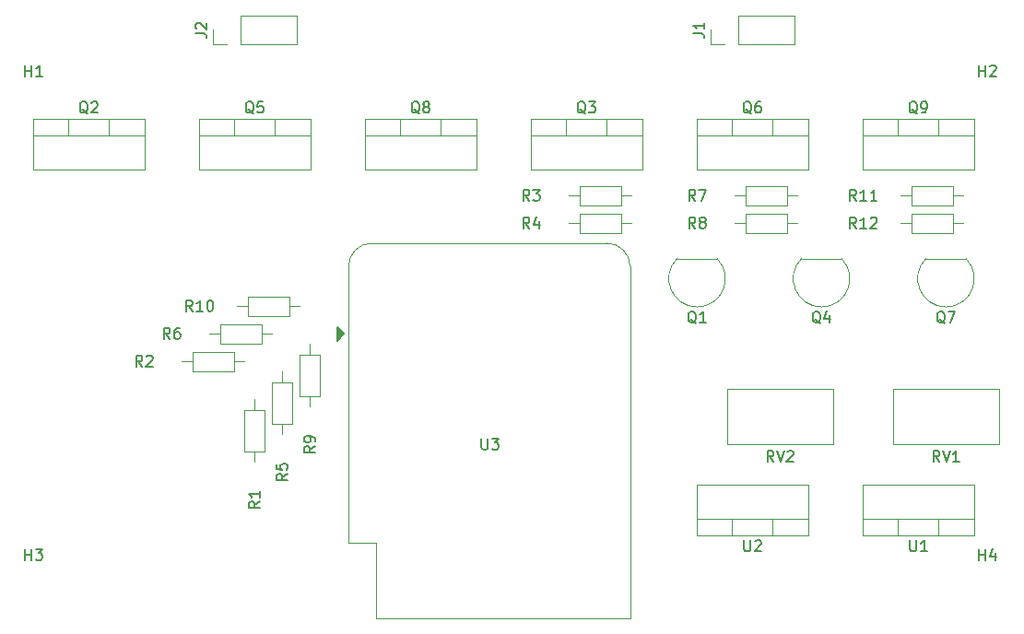
<source format=gbr>
%TF.GenerationSoftware,KiCad,Pcbnew,(5.1.9)-1*%
%TF.CreationDate,2021-10-10T23:20:05-06:00*%
%TF.ProjectId,daBat,64614261-742e-46b6-9963-61645f706362,rev?*%
%TF.SameCoordinates,Original*%
%TF.FileFunction,Legend,Top*%
%TF.FilePolarity,Positive*%
%FSLAX46Y46*%
G04 Gerber Fmt 4.6, Leading zero omitted, Abs format (unit mm)*
G04 Created by KiCad (PCBNEW (5.1.9)-1) date 2021-10-10 23:20:05*
%MOMM*%
%LPD*%
G01*
G04 APERTURE LIST*
%ADD10C,0.120000*%
%ADD11C,0.150000*%
G04 APERTURE END LIST*
D10*
%TO.C,Q8*%
X128851000Y-60230000D02*
X128851000Y-61740000D01*
X125150000Y-60230000D02*
X125150000Y-61740000D01*
X121880000Y-61740000D02*
X132120000Y-61740000D01*
X132120000Y-60230000D02*
X132120000Y-64871000D01*
X121880000Y-60230000D02*
X121880000Y-64871000D01*
X121880000Y-64871000D02*
X132120000Y-64871000D01*
X121880000Y-60230000D02*
X132120000Y-60230000D01*
%TO.C,Q5*%
X113611000Y-60230000D02*
X113611000Y-61740000D01*
X109910000Y-60230000D02*
X109910000Y-61740000D01*
X106640000Y-61740000D02*
X116880000Y-61740000D01*
X116880000Y-60230000D02*
X116880000Y-64871000D01*
X106640000Y-60230000D02*
X106640000Y-64871000D01*
X106640000Y-64871000D02*
X116880000Y-64871000D01*
X106640000Y-60230000D02*
X116880000Y-60230000D01*
%TO.C,Q2*%
X98371000Y-60230000D02*
X98371000Y-61740000D01*
X94670000Y-60230000D02*
X94670000Y-61740000D01*
X91400000Y-61740000D02*
X101640000Y-61740000D01*
X101640000Y-60230000D02*
X101640000Y-64871000D01*
X91400000Y-60230000D02*
X91400000Y-64871000D01*
X91400000Y-64871000D02*
X101640000Y-64871000D01*
X91400000Y-60230000D02*
X101640000Y-60230000D01*
%TO.C,U3*%
X122920000Y-99230000D02*
X122920000Y-106130000D01*
X120380000Y-99230000D02*
X122920000Y-99230000D01*
D11*
G36*
X119340000Y-79375000D02*
G01*
X119340000Y-80645000D01*
X119975000Y-80010000D01*
X119340000Y-79375000D01*
G37*
X119340000Y-79375000D02*
X119340000Y-80645000D01*
X119975000Y-80010000D01*
X119340000Y-79375000D01*
D10*
X144120000Y-71670000D02*
X122510000Y-71670000D01*
X146240000Y-106130000D02*
X146240000Y-73800000D01*
X120380000Y-99230000D02*
X120380000Y-73800000D01*
X122920000Y-106130000D02*
X146240000Y-106130000D01*
X144110000Y-71670000D02*
G75*
G02*
X146240000Y-73800000I0J-2130000D01*
G01*
X120380000Y-73800000D02*
G75*
G02*
X122510000Y-71670000I2130000J0D01*
G01*
%TO.C,U2*%
X155629000Y-98520000D02*
X155629000Y-97010000D01*
X159330000Y-98520000D02*
X159330000Y-97010000D01*
X162600000Y-97010000D02*
X152360000Y-97010000D01*
X152360000Y-98520000D02*
X152360000Y-93879000D01*
X162600000Y-98520000D02*
X162600000Y-93879000D01*
X162600000Y-93879000D02*
X152360000Y-93879000D01*
X162600000Y-98520000D02*
X152360000Y-98520000D01*
%TO.C,U1*%
X170869000Y-98520000D02*
X170869000Y-97010000D01*
X174570000Y-98520000D02*
X174570000Y-97010000D01*
X177840000Y-97010000D02*
X167600000Y-97010000D01*
X167600000Y-98520000D02*
X167600000Y-93879000D01*
X177840000Y-98520000D02*
X177840000Y-93879000D01*
X177840000Y-93879000D02*
X167600000Y-93879000D01*
X177840000Y-98520000D02*
X167600000Y-98520000D01*
%TO.C,RV2*%
X155135000Y-90160000D02*
X155135000Y-85090000D01*
X164905000Y-90160000D02*
X164905000Y-85090000D01*
X164905000Y-85090000D02*
X155135000Y-85090000D01*
X164905000Y-90160000D02*
X155135000Y-90160000D01*
%TO.C,RV1*%
X170375000Y-90160000D02*
X170375000Y-85090000D01*
X180145000Y-90160000D02*
X180145000Y-85090000D01*
X180145000Y-85090000D02*
X170375000Y-85090000D01*
X180145000Y-90160000D02*
X170375000Y-90160000D01*
%TO.C,R12*%
X171120000Y-69850000D02*
X172070000Y-69850000D01*
X176860000Y-69850000D02*
X175910000Y-69850000D01*
X172070000Y-70770000D02*
X175910000Y-70770000D01*
X172070000Y-68930000D02*
X172070000Y-70770000D01*
X175910000Y-68930000D02*
X172070000Y-68930000D01*
X175910000Y-70770000D02*
X175910000Y-68930000D01*
%TO.C,R11*%
X176860000Y-67310000D02*
X175910000Y-67310000D01*
X171120000Y-67310000D02*
X172070000Y-67310000D01*
X175910000Y-66390000D02*
X172070000Y-66390000D01*
X175910000Y-68230000D02*
X175910000Y-66390000D01*
X172070000Y-68230000D02*
X175910000Y-68230000D01*
X172070000Y-66390000D02*
X172070000Y-68230000D01*
%TO.C,R10*%
X111110000Y-76550000D02*
X111110000Y-78390000D01*
X111110000Y-78390000D02*
X114950000Y-78390000D01*
X114950000Y-78390000D02*
X114950000Y-76550000D01*
X114950000Y-76550000D02*
X111110000Y-76550000D01*
X110160000Y-77470000D02*
X111110000Y-77470000D01*
X115900000Y-77470000D02*
X114950000Y-77470000D01*
%TO.C,R9*%
X117760000Y-81900000D02*
X115920000Y-81900000D01*
X115920000Y-81900000D02*
X115920000Y-85740000D01*
X115920000Y-85740000D02*
X117760000Y-85740000D01*
X117760000Y-85740000D02*
X117760000Y-81900000D01*
X116840000Y-80950000D02*
X116840000Y-81900000D01*
X116840000Y-86690000D02*
X116840000Y-85740000D01*
%TO.C,R8*%
X155880000Y-69850000D02*
X156830000Y-69850000D01*
X161620000Y-69850000D02*
X160670000Y-69850000D01*
X156830000Y-70770000D02*
X160670000Y-70770000D01*
X156830000Y-68930000D02*
X156830000Y-70770000D01*
X160670000Y-68930000D02*
X156830000Y-68930000D01*
X160670000Y-70770000D02*
X160670000Y-68930000D01*
%TO.C,R7*%
X161620000Y-67310000D02*
X160670000Y-67310000D01*
X155880000Y-67310000D02*
X156830000Y-67310000D01*
X160670000Y-66390000D02*
X156830000Y-66390000D01*
X160670000Y-68230000D02*
X160670000Y-66390000D01*
X156830000Y-68230000D02*
X160670000Y-68230000D01*
X156830000Y-66390000D02*
X156830000Y-68230000D01*
%TO.C,R6*%
X108570000Y-79090000D02*
X108570000Y-80930000D01*
X108570000Y-80930000D02*
X112410000Y-80930000D01*
X112410000Y-80930000D02*
X112410000Y-79090000D01*
X112410000Y-79090000D02*
X108570000Y-79090000D01*
X107620000Y-80010000D02*
X108570000Y-80010000D01*
X113360000Y-80010000D02*
X112410000Y-80010000D01*
%TO.C,R5*%
X115220000Y-84440000D02*
X113380000Y-84440000D01*
X113380000Y-84440000D02*
X113380000Y-88280000D01*
X113380000Y-88280000D02*
X115220000Y-88280000D01*
X115220000Y-88280000D02*
X115220000Y-84440000D01*
X114300000Y-83490000D02*
X114300000Y-84440000D01*
X114300000Y-89230000D02*
X114300000Y-88280000D01*
%TO.C,R4*%
X140640000Y-69850000D02*
X141590000Y-69850000D01*
X146380000Y-69850000D02*
X145430000Y-69850000D01*
X141590000Y-70770000D02*
X145430000Y-70770000D01*
X141590000Y-68930000D02*
X141590000Y-70770000D01*
X145430000Y-68930000D02*
X141590000Y-68930000D01*
X145430000Y-70770000D02*
X145430000Y-68930000D01*
%TO.C,R3*%
X146380000Y-67310000D02*
X145430000Y-67310000D01*
X140640000Y-67310000D02*
X141590000Y-67310000D01*
X145430000Y-66390000D02*
X141590000Y-66390000D01*
X145430000Y-68230000D02*
X145430000Y-66390000D01*
X141590000Y-68230000D02*
X145430000Y-68230000D01*
X141590000Y-66390000D02*
X141590000Y-68230000D01*
%TO.C,R2*%
X106030000Y-81630000D02*
X106030000Y-83470000D01*
X106030000Y-83470000D02*
X109870000Y-83470000D01*
X109870000Y-83470000D02*
X109870000Y-81630000D01*
X109870000Y-81630000D02*
X106030000Y-81630000D01*
X105080000Y-82550000D02*
X106030000Y-82550000D01*
X110820000Y-82550000D02*
X109870000Y-82550000D01*
%TO.C,R1*%
X112680000Y-86980000D02*
X110840000Y-86980000D01*
X110840000Y-86980000D02*
X110840000Y-90820000D01*
X110840000Y-90820000D02*
X112680000Y-90820000D01*
X112680000Y-90820000D02*
X112680000Y-86980000D01*
X111760000Y-86030000D02*
X111760000Y-86980000D01*
X111760000Y-91770000D02*
X111760000Y-90820000D01*
%TO.C,Q9*%
X174571000Y-60230000D02*
X174571000Y-61740000D01*
X170870000Y-60230000D02*
X170870000Y-61740000D01*
X167600000Y-61740000D02*
X177840000Y-61740000D01*
X177840000Y-60230000D02*
X177840000Y-64871000D01*
X167600000Y-60230000D02*
X167600000Y-64871000D01*
X167600000Y-64871000D02*
X177840000Y-64871000D01*
X167600000Y-60230000D02*
X177840000Y-60230000D01*
%TO.C,Q7*%
X177060000Y-73080000D02*
X173460000Y-73080000D01*
X173421522Y-73091522D02*
G75*
G03*
X175260000Y-77530000I1838478J-1838478D01*
G01*
X177098478Y-73091522D02*
G75*
G02*
X175260000Y-77530000I-1838478J-1838478D01*
G01*
%TO.C,Q6*%
X159331000Y-60230000D02*
X159331000Y-61740000D01*
X155630000Y-60230000D02*
X155630000Y-61740000D01*
X152360000Y-61740000D02*
X162600000Y-61740000D01*
X162600000Y-60230000D02*
X162600000Y-64871000D01*
X152360000Y-60230000D02*
X152360000Y-64871000D01*
X152360000Y-64871000D02*
X162600000Y-64871000D01*
X152360000Y-60230000D02*
X162600000Y-60230000D01*
%TO.C,Q4*%
X165630000Y-73080000D02*
X162030000Y-73080000D01*
X161991522Y-73091522D02*
G75*
G03*
X163830000Y-77530000I1838478J-1838478D01*
G01*
X165668478Y-73091522D02*
G75*
G02*
X163830000Y-77530000I-1838478J-1838478D01*
G01*
%TO.C,Q3*%
X144091000Y-60230000D02*
X144091000Y-61740000D01*
X140390000Y-60230000D02*
X140390000Y-61740000D01*
X137120000Y-61740000D02*
X147360000Y-61740000D01*
X147360000Y-60230000D02*
X147360000Y-64871000D01*
X137120000Y-60230000D02*
X137120000Y-64871000D01*
X137120000Y-64871000D02*
X147360000Y-64871000D01*
X137120000Y-60230000D02*
X147360000Y-60230000D01*
%TO.C,Q1*%
X154200000Y-73080000D02*
X150600000Y-73080000D01*
X150561522Y-73091522D02*
G75*
G03*
X152400000Y-77530000I1838478J-1838478D01*
G01*
X154238478Y-73091522D02*
G75*
G02*
X152400000Y-77530000I-1838478J-1838478D01*
G01*
%TO.C,J2*%
X107890000Y-53400000D02*
X107890000Y-52070000D01*
X109220000Y-53400000D02*
X107890000Y-53400000D01*
X110490000Y-53400000D02*
X110490000Y-50740000D01*
X110490000Y-50740000D02*
X115630000Y-50740000D01*
X110490000Y-53400000D02*
X115630000Y-53400000D01*
X115630000Y-53400000D02*
X115630000Y-50740000D01*
%TO.C,J1*%
X153610000Y-53400000D02*
X153610000Y-52070000D01*
X154940000Y-53400000D02*
X153610000Y-53400000D01*
X156210000Y-53400000D02*
X156210000Y-50740000D01*
X156210000Y-50740000D02*
X161350000Y-50740000D01*
X156210000Y-53400000D02*
X161350000Y-53400000D01*
X161350000Y-53400000D02*
X161350000Y-50740000D01*
%TO.C,H4*%
D11*
X178308095Y-100782380D02*
X178308095Y-99782380D01*
X178308095Y-100258571D02*
X178879523Y-100258571D01*
X178879523Y-100782380D02*
X178879523Y-99782380D01*
X179784285Y-100115714D02*
X179784285Y-100782380D01*
X179546190Y-99734761D02*
X179308095Y-100449047D01*
X179927142Y-100449047D01*
%TO.C,H3*%
X90678095Y-100782380D02*
X90678095Y-99782380D01*
X90678095Y-100258571D02*
X91249523Y-100258571D01*
X91249523Y-100782380D02*
X91249523Y-99782380D01*
X91630476Y-99782380D02*
X92249523Y-99782380D01*
X91916190Y-100163333D01*
X92059047Y-100163333D01*
X92154285Y-100210952D01*
X92201904Y-100258571D01*
X92249523Y-100353809D01*
X92249523Y-100591904D01*
X92201904Y-100687142D01*
X92154285Y-100734761D01*
X92059047Y-100782380D01*
X91773333Y-100782380D01*
X91678095Y-100734761D01*
X91630476Y-100687142D01*
%TO.C,H2*%
X178308095Y-56332380D02*
X178308095Y-55332380D01*
X178308095Y-55808571D02*
X178879523Y-55808571D01*
X178879523Y-56332380D02*
X178879523Y-55332380D01*
X179308095Y-55427619D02*
X179355714Y-55380000D01*
X179450952Y-55332380D01*
X179689047Y-55332380D01*
X179784285Y-55380000D01*
X179831904Y-55427619D01*
X179879523Y-55522857D01*
X179879523Y-55618095D01*
X179831904Y-55760952D01*
X179260476Y-56332380D01*
X179879523Y-56332380D01*
%TO.C,H1*%
X90678095Y-56332380D02*
X90678095Y-55332380D01*
X90678095Y-55808571D02*
X91249523Y-55808571D01*
X91249523Y-56332380D02*
X91249523Y-55332380D01*
X92249523Y-56332380D02*
X91678095Y-56332380D01*
X91963809Y-56332380D02*
X91963809Y-55332380D01*
X91868571Y-55475238D01*
X91773333Y-55570476D01*
X91678095Y-55618095D01*
%TO.C,Q8*%
X126904761Y-59777619D02*
X126809523Y-59730000D01*
X126714285Y-59634761D01*
X126571428Y-59491904D01*
X126476190Y-59444285D01*
X126380952Y-59444285D01*
X126428571Y-59682380D02*
X126333333Y-59634761D01*
X126238095Y-59539523D01*
X126190476Y-59349047D01*
X126190476Y-59015714D01*
X126238095Y-58825238D01*
X126333333Y-58730000D01*
X126428571Y-58682380D01*
X126619047Y-58682380D01*
X126714285Y-58730000D01*
X126809523Y-58825238D01*
X126857142Y-59015714D01*
X126857142Y-59349047D01*
X126809523Y-59539523D01*
X126714285Y-59634761D01*
X126619047Y-59682380D01*
X126428571Y-59682380D01*
X127428571Y-59110952D02*
X127333333Y-59063333D01*
X127285714Y-59015714D01*
X127238095Y-58920476D01*
X127238095Y-58872857D01*
X127285714Y-58777619D01*
X127333333Y-58730000D01*
X127428571Y-58682380D01*
X127619047Y-58682380D01*
X127714285Y-58730000D01*
X127761904Y-58777619D01*
X127809523Y-58872857D01*
X127809523Y-58920476D01*
X127761904Y-59015714D01*
X127714285Y-59063333D01*
X127619047Y-59110952D01*
X127428571Y-59110952D01*
X127333333Y-59158571D01*
X127285714Y-59206190D01*
X127238095Y-59301428D01*
X127238095Y-59491904D01*
X127285714Y-59587142D01*
X127333333Y-59634761D01*
X127428571Y-59682380D01*
X127619047Y-59682380D01*
X127714285Y-59634761D01*
X127761904Y-59587142D01*
X127809523Y-59491904D01*
X127809523Y-59301428D01*
X127761904Y-59206190D01*
X127714285Y-59158571D01*
X127619047Y-59110952D01*
%TO.C,Q5*%
X111664761Y-59777619D02*
X111569523Y-59730000D01*
X111474285Y-59634761D01*
X111331428Y-59491904D01*
X111236190Y-59444285D01*
X111140952Y-59444285D01*
X111188571Y-59682380D02*
X111093333Y-59634761D01*
X110998095Y-59539523D01*
X110950476Y-59349047D01*
X110950476Y-59015714D01*
X110998095Y-58825238D01*
X111093333Y-58730000D01*
X111188571Y-58682380D01*
X111379047Y-58682380D01*
X111474285Y-58730000D01*
X111569523Y-58825238D01*
X111617142Y-59015714D01*
X111617142Y-59349047D01*
X111569523Y-59539523D01*
X111474285Y-59634761D01*
X111379047Y-59682380D01*
X111188571Y-59682380D01*
X112521904Y-58682380D02*
X112045714Y-58682380D01*
X111998095Y-59158571D01*
X112045714Y-59110952D01*
X112140952Y-59063333D01*
X112379047Y-59063333D01*
X112474285Y-59110952D01*
X112521904Y-59158571D01*
X112569523Y-59253809D01*
X112569523Y-59491904D01*
X112521904Y-59587142D01*
X112474285Y-59634761D01*
X112379047Y-59682380D01*
X112140952Y-59682380D01*
X112045714Y-59634761D01*
X111998095Y-59587142D01*
%TO.C,Q2*%
X96424761Y-59777619D02*
X96329523Y-59730000D01*
X96234285Y-59634761D01*
X96091428Y-59491904D01*
X95996190Y-59444285D01*
X95900952Y-59444285D01*
X95948571Y-59682380D02*
X95853333Y-59634761D01*
X95758095Y-59539523D01*
X95710476Y-59349047D01*
X95710476Y-59015714D01*
X95758095Y-58825238D01*
X95853333Y-58730000D01*
X95948571Y-58682380D01*
X96139047Y-58682380D01*
X96234285Y-58730000D01*
X96329523Y-58825238D01*
X96377142Y-59015714D01*
X96377142Y-59349047D01*
X96329523Y-59539523D01*
X96234285Y-59634761D01*
X96139047Y-59682380D01*
X95948571Y-59682380D01*
X96758095Y-58777619D02*
X96805714Y-58730000D01*
X96900952Y-58682380D01*
X97139047Y-58682380D01*
X97234285Y-58730000D01*
X97281904Y-58777619D01*
X97329523Y-58872857D01*
X97329523Y-58968095D01*
X97281904Y-59110952D01*
X96710476Y-59682380D01*
X97329523Y-59682380D01*
%TO.C,U3*%
X132588095Y-89622380D02*
X132588095Y-90431904D01*
X132635714Y-90527142D01*
X132683333Y-90574761D01*
X132778571Y-90622380D01*
X132969047Y-90622380D01*
X133064285Y-90574761D01*
X133111904Y-90527142D01*
X133159523Y-90431904D01*
X133159523Y-89622380D01*
X133540476Y-89622380D02*
X134159523Y-89622380D01*
X133826190Y-90003333D01*
X133969047Y-90003333D01*
X134064285Y-90050952D01*
X134111904Y-90098571D01*
X134159523Y-90193809D01*
X134159523Y-90431904D01*
X134111904Y-90527142D01*
X134064285Y-90574761D01*
X133969047Y-90622380D01*
X133683333Y-90622380D01*
X133588095Y-90574761D01*
X133540476Y-90527142D01*
%TO.C,U2*%
X156718095Y-98972380D02*
X156718095Y-99781904D01*
X156765714Y-99877142D01*
X156813333Y-99924761D01*
X156908571Y-99972380D01*
X157099047Y-99972380D01*
X157194285Y-99924761D01*
X157241904Y-99877142D01*
X157289523Y-99781904D01*
X157289523Y-98972380D01*
X157718095Y-99067619D02*
X157765714Y-99020000D01*
X157860952Y-98972380D01*
X158099047Y-98972380D01*
X158194285Y-99020000D01*
X158241904Y-99067619D01*
X158289523Y-99162857D01*
X158289523Y-99258095D01*
X158241904Y-99400952D01*
X157670476Y-99972380D01*
X158289523Y-99972380D01*
%TO.C,U1*%
X171958095Y-98972380D02*
X171958095Y-99781904D01*
X172005714Y-99877142D01*
X172053333Y-99924761D01*
X172148571Y-99972380D01*
X172339047Y-99972380D01*
X172434285Y-99924761D01*
X172481904Y-99877142D01*
X172529523Y-99781904D01*
X172529523Y-98972380D01*
X173529523Y-99972380D02*
X172958095Y-99972380D01*
X173243809Y-99972380D02*
X173243809Y-98972380D01*
X173148571Y-99115238D01*
X173053333Y-99210476D01*
X172958095Y-99258095D01*
%TO.C,RV2*%
X159424761Y-91742380D02*
X159091428Y-91266190D01*
X158853333Y-91742380D02*
X158853333Y-90742380D01*
X159234285Y-90742380D01*
X159329523Y-90790000D01*
X159377142Y-90837619D01*
X159424761Y-90932857D01*
X159424761Y-91075714D01*
X159377142Y-91170952D01*
X159329523Y-91218571D01*
X159234285Y-91266190D01*
X158853333Y-91266190D01*
X159710476Y-90742380D02*
X160043809Y-91742380D01*
X160377142Y-90742380D01*
X160662857Y-90837619D02*
X160710476Y-90790000D01*
X160805714Y-90742380D01*
X161043809Y-90742380D01*
X161139047Y-90790000D01*
X161186666Y-90837619D01*
X161234285Y-90932857D01*
X161234285Y-91028095D01*
X161186666Y-91170952D01*
X160615238Y-91742380D01*
X161234285Y-91742380D01*
%TO.C,RV1*%
X174664761Y-91742380D02*
X174331428Y-91266190D01*
X174093333Y-91742380D02*
X174093333Y-90742380D01*
X174474285Y-90742380D01*
X174569523Y-90790000D01*
X174617142Y-90837619D01*
X174664761Y-90932857D01*
X174664761Y-91075714D01*
X174617142Y-91170952D01*
X174569523Y-91218571D01*
X174474285Y-91266190D01*
X174093333Y-91266190D01*
X174950476Y-90742380D02*
X175283809Y-91742380D01*
X175617142Y-90742380D01*
X176474285Y-91742380D02*
X175902857Y-91742380D01*
X176188571Y-91742380D02*
X176188571Y-90742380D01*
X176093333Y-90885238D01*
X175998095Y-90980476D01*
X175902857Y-91028095D01*
%TO.C,R12*%
X166997142Y-70302380D02*
X166663809Y-69826190D01*
X166425714Y-70302380D02*
X166425714Y-69302380D01*
X166806666Y-69302380D01*
X166901904Y-69350000D01*
X166949523Y-69397619D01*
X166997142Y-69492857D01*
X166997142Y-69635714D01*
X166949523Y-69730952D01*
X166901904Y-69778571D01*
X166806666Y-69826190D01*
X166425714Y-69826190D01*
X167949523Y-70302380D02*
X167378095Y-70302380D01*
X167663809Y-70302380D02*
X167663809Y-69302380D01*
X167568571Y-69445238D01*
X167473333Y-69540476D01*
X167378095Y-69588095D01*
X168330476Y-69397619D02*
X168378095Y-69350000D01*
X168473333Y-69302380D01*
X168711428Y-69302380D01*
X168806666Y-69350000D01*
X168854285Y-69397619D01*
X168901904Y-69492857D01*
X168901904Y-69588095D01*
X168854285Y-69730952D01*
X168282857Y-70302380D01*
X168901904Y-70302380D01*
%TO.C,R11*%
X166997142Y-67762380D02*
X166663809Y-67286190D01*
X166425714Y-67762380D02*
X166425714Y-66762380D01*
X166806666Y-66762380D01*
X166901904Y-66810000D01*
X166949523Y-66857619D01*
X166997142Y-66952857D01*
X166997142Y-67095714D01*
X166949523Y-67190952D01*
X166901904Y-67238571D01*
X166806666Y-67286190D01*
X166425714Y-67286190D01*
X167949523Y-67762380D02*
X167378095Y-67762380D01*
X167663809Y-67762380D02*
X167663809Y-66762380D01*
X167568571Y-66905238D01*
X167473333Y-67000476D01*
X167378095Y-67048095D01*
X168901904Y-67762380D02*
X168330476Y-67762380D01*
X168616190Y-67762380D02*
X168616190Y-66762380D01*
X168520952Y-66905238D01*
X168425714Y-67000476D01*
X168330476Y-67048095D01*
%TO.C,R10*%
X106037142Y-77922380D02*
X105703809Y-77446190D01*
X105465714Y-77922380D02*
X105465714Y-76922380D01*
X105846666Y-76922380D01*
X105941904Y-76970000D01*
X105989523Y-77017619D01*
X106037142Y-77112857D01*
X106037142Y-77255714D01*
X105989523Y-77350952D01*
X105941904Y-77398571D01*
X105846666Y-77446190D01*
X105465714Y-77446190D01*
X106989523Y-77922380D02*
X106418095Y-77922380D01*
X106703809Y-77922380D02*
X106703809Y-76922380D01*
X106608571Y-77065238D01*
X106513333Y-77160476D01*
X106418095Y-77208095D01*
X107608571Y-76922380D02*
X107703809Y-76922380D01*
X107799047Y-76970000D01*
X107846666Y-77017619D01*
X107894285Y-77112857D01*
X107941904Y-77303333D01*
X107941904Y-77541428D01*
X107894285Y-77731904D01*
X107846666Y-77827142D01*
X107799047Y-77874761D01*
X107703809Y-77922380D01*
X107608571Y-77922380D01*
X107513333Y-77874761D01*
X107465714Y-77827142D01*
X107418095Y-77731904D01*
X107370476Y-77541428D01*
X107370476Y-77303333D01*
X107418095Y-77112857D01*
X107465714Y-77017619D01*
X107513333Y-76970000D01*
X107608571Y-76922380D01*
%TO.C,R9*%
X117292380Y-90336666D02*
X116816190Y-90670000D01*
X117292380Y-90908095D02*
X116292380Y-90908095D01*
X116292380Y-90527142D01*
X116340000Y-90431904D01*
X116387619Y-90384285D01*
X116482857Y-90336666D01*
X116625714Y-90336666D01*
X116720952Y-90384285D01*
X116768571Y-90431904D01*
X116816190Y-90527142D01*
X116816190Y-90908095D01*
X117292380Y-89860476D02*
X117292380Y-89670000D01*
X117244761Y-89574761D01*
X117197142Y-89527142D01*
X117054285Y-89431904D01*
X116863809Y-89384285D01*
X116482857Y-89384285D01*
X116387619Y-89431904D01*
X116340000Y-89479523D01*
X116292380Y-89574761D01*
X116292380Y-89765238D01*
X116340000Y-89860476D01*
X116387619Y-89908095D01*
X116482857Y-89955714D01*
X116720952Y-89955714D01*
X116816190Y-89908095D01*
X116863809Y-89860476D01*
X116911428Y-89765238D01*
X116911428Y-89574761D01*
X116863809Y-89479523D01*
X116816190Y-89431904D01*
X116720952Y-89384285D01*
%TO.C,R8*%
X152233333Y-70302380D02*
X151900000Y-69826190D01*
X151661904Y-70302380D02*
X151661904Y-69302380D01*
X152042857Y-69302380D01*
X152138095Y-69350000D01*
X152185714Y-69397619D01*
X152233333Y-69492857D01*
X152233333Y-69635714D01*
X152185714Y-69730952D01*
X152138095Y-69778571D01*
X152042857Y-69826190D01*
X151661904Y-69826190D01*
X152804761Y-69730952D02*
X152709523Y-69683333D01*
X152661904Y-69635714D01*
X152614285Y-69540476D01*
X152614285Y-69492857D01*
X152661904Y-69397619D01*
X152709523Y-69350000D01*
X152804761Y-69302380D01*
X152995238Y-69302380D01*
X153090476Y-69350000D01*
X153138095Y-69397619D01*
X153185714Y-69492857D01*
X153185714Y-69540476D01*
X153138095Y-69635714D01*
X153090476Y-69683333D01*
X152995238Y-69730952D01*
X152804761Y-69730952D01*
X152709523Y-69778571D01*
X152661904Y-69826190D01*
X152614285Y-69921428D01*
X152614285Y-70111904D01*
X152661904Y-70207142D01*
X152709523Y-70254761D01*
X152804761Y-70302380D01*
X152995238Y-70302380D01*
X153090476Y-70254761D01*
X153138095Y-70207142D01*
X153185714Y-70111904D01*
X153185714Y-69921428D01*
X153138095Y-69826190D01*
X153090476Y-69778571D01*
X152995238Y-69730952D01*
%TO.C,R7*%
X152233333Y-67762380D02*
X151900000Y-67286190D01*
X151661904Y-67762380D02*
X151661904Y-66762380D01*
X152042857Y-66762380D01*
X152138095Y-66810000D01*
X152185714Y-66857619D01*
X152233333Y-66952857D01*
X152233333Y-67095714D01*
X152185714Y-67190952D01*
X152138095Y-67238571D01*
X152042857Y-67286190D01*
X151661904Y-67286190D01*
X152566666Y-66762380D02*
X153233333Y-66762380D01*
X152804761Y-67762380D01*
%TO.C,R6*%
X103973333Y-80462380D02*
X103640000Y-79986190D01*
X103401904Y-80462380D02*
X103401904Y-79462380D01*
X103782857Y-79462380D01*
X103878095Y-79510000D01*
X103925714Y-79557619D01*
X103973333Y-79652857D01*
X103973333Y-79795714D01*
X103925714Y-79890952D01*
X103878095Y-79938571D01*
X103782857Y-79986190D01*
X103401904Y-79986190D01*
X104830476Y-79462380D02*
X104640000Y-79462380D01*
X104544761Y-79510000D01*
X104497142Y-79557619D01*
X104401904Y-79700476D01*
X104354285Y-79890952D01*
X104354285Y-80271904D01*
X104401904Y-80367142D01*
X104449523Y-80414761D01*
X104544761Y-80462380D01*
X104735238Y-80462380D01*
X104830476Y-80414761D01*
X104878095Y-80367142D01*
X104925714Y-80271904D01*
X104925714Y-80033809D01*
X104878095Y-79938571D01*
X104830476Y-79890952D01*
X104735238Y-79843333D01*
X104544761Y-79843333D01*
X104449523Y-79890952D01*
X104401904Y-79938571D01*
X104354285Y-80033809D01*
%TO.C,R5*%
X114752380Y-92876666D02*
X114276190Y-93210000D01*
X114752380Y-93448095D02*
X113752380Y-93448095D01*
X113752380Y-93067142D01*
X113800000Y-92971904D01*
X113847619Y-92924285D01*
X113942857Y-92876666D01*
X114085714Y-92876666D01*
X114180952Y-92924285D01*
X114228571Y-92971904D01*
X114276190Y-93067142D01*
X114276190Y-93448095D01*
X113752380Y-91971904D02*
X113752380Y-92448095D01*
X114228571Y-92495714D01*
X114180952Y-92448095D01*
X114133333Y-92352857D01*
X114133333Y-92114761D01*
X114180952Y-92019523D01*
X114228571Y-91971904D01*
X114323809Y-91924285D01*
X114561904Y-91924285D01*
X114657142Y-91971904D01*
X114704761Y-92019523D01*
X114752380Y-92114761D01*
X114752380Y-92352857D01*
X114704761Y-92448095D01*
X114657142Y-92495714D01*
%TO.C,R4*%
X136993333Y-70302380D02*
X136660000Y-69826190D01*
X136421904Y-70302380D02*
X136421904Y-69302380D01*
X136802857Y-69302380D01*
X136898095Y-69350000D01*
X136945714Y-69397619D01*
X136993333Y-69492857D01*
X136993333Y-69635714D01*
X136945714Y-69730952D01*
X136898095Y-69778571D01*
X136802857Y-69826190D01*
X136421904Y-69826190D01*
X137850476Y-69635714D02*
X137850476Y-70302380D01*
X137612380Y-69254761D02*
X137374285Y-69969047D01*
X137993333Y-69969047D01*
%TO.C,R3*%
X136993333Y-67762380D02*
X136660000Y-67286190D01*
X136421904Y-67762380D02*
X136421904Y-66762380D01*
X136802857Y-66762380D01*
X136898095Y-66810000D01*
X136945714Y-66857619D01*
X136993333Y-66952857D01*
X136993333Y-67095714D01*
X136945714Y-67190952D01*
X136898095Y-67238571D01*
X136802857Y-67286190D01*
X136421904Y-67286190D01*
X137326666Y-66762380D02*
X137945714Y-66762380D01*
X137612380Y-67143333D01*
X137755238Y-67143333D01*
X137850476Y-67190952D01*
X137898095Y-67238571D01*
X137945714Y-67333809D01*
X137945714Y-67571904D01*
X137898095Y-67667142D01*
X137850476Y-67714761D01*
X137755238Y-67762380D01*
X137469523Y-67762380D01*
X137374285Y-67714761D01*
X137326666Y-67667142D01*
%TO.C,R2*%
X101433333Y-83002380D02*
X101100000Y-82526190D01*
X100861904Y-83002380D02*
X100861904Y-82002380D01*
X101242857Y-82002380D01*
X101338095Y-82050000D01*
X101385714Y-82097619D01*
X101433333Y-82192857D01*
X101433333Y-82335714D01*
X101385714Y-82430952D01*
X101338095Y-82478571D01*
X101242857Y-82526190D01*
X100861904Y-82526190D01*
X101814285Y-82097619D02*
X101861904Y-82050000D01*
X101957142Y-82002380D01*
X102195238Y-82002380D01*
X102290476Y-82050000D01*
X102338095Y-82097619D01*
X102385714Y-82192857D01*
X102385714Y-82288095D01*
X102338095Y-82430952D01*
X101766666Y-83002380D01*
X102385714Y-83002380D01*
%TO.C,R1*%
X112212380Y-95416666D02*
X111736190Y-95750000D01*
X112212380Y-95988095D02*
X111212380Y-95988095D01*
X111212380Y-95607142D01*
X111260000Y-95511904D01*
X111307619Y-95464285D01*
X111402857Y-95416666D01*
X111545714Y-95416666D01*
X111640952Y-95464285D01*
X111688571Y-95511904D01*
X111736190Y-95607142D01*
X111736190Y-95988095D01*
X112212380Y-94464285D02*
X112212380Y-95035714D01*
X112212380Y-94750000D02*
X111212380Y-94750000D01*
X111355238Y-94845238D01*
X111450476Y-94940476D01*
X111498095Y-95035714D01*
%TO.C,Q9*%
X172624761Y-59777619D02*
X172529523Y-59730000D01*
X172434285Y-59634761D01*
X172291428Y-59491904D01*
X172196190Y-59444285D01*
X172100952Y-59444285D01*
X172148571Y-59682380D02*
X172053333Y-59634761D01*
X171958095Y-59539523D01*
X171910476Y-59349047D01*
X171910476Y-59015714D01*
X171958095Y-58825238D01*
X172053333Y-58730000D01*
X172148571Y-58682380D01*
X172339047Y-58682380D01*
X172434285Y-58730000D01*
X172529523Y-58825238D01*
X172577142Y-59015714D01*
X172577142Y-59349047D01*
X172529523Y-59539523D01*
X172434285Y-59634761D01*
X172339047Y-59682380D01*
X172148571Y-59682380D01*
X173053333Y-59682380D02*
X173243809Y-59682380D01*
X173339047Y-59634761D01*
X173386666Y-59587142D01*
X173481904Y-59444285D01*
X173529523Y-59253809D01*
X173529523Y-58872857D01*
X173481904Y-58777619D01*
X173434285Y-58730000D01*
X173339047Y-58682380D01*
X173148571Y-58682380D01*
X173053333Y-58730000D01*
X173005714Y-58777619D01*
X172958095Y-58872857D01*
X172958095Y-59110952D01*
X173005714Y-59206190D01*
X173053333Y-59253809D01*
X173148571Y-59301428D01*
X173339047Y-59301428D01*
X173434285Y-59253809D01*
X173481904Y-59206190D01*
X173529523Y-59110952D01*
%TO.C,Q7*%
X175164761Y-79037619D02*
X175069523Y-78990000D01*
X174974285Y-78894761D01*
X174831428Y-78751904D01*
X174736190Y-78704285D01*
X174640952Y-78704285D01*
X174688571Y-78942380D02*
X174593333Y-78894761D01*
X174498095Y-78799523D01*
X174450476Y-78609047D01*
X174450476Y-78275714D01*
X174498095Y-78085238D01*
X174593333Y-77990000D01*
X174688571Y-77942380D01*
X174879047Y-77942380D01*
X174974285Y-77990000D01*
X175069523Y-78085238D01*
X175117142Y-78275714D01*
X175117142Y-78609047D01*
X175069523Y-78799523D01*
X174974285Y-78894761D01*
X174879047Y-78942380D01*
X174688571Y-78942380D01*
X175450476Y-77942380D02*
X176117142Y-77942380D01*
X175688571Y-78942380D01*
%TO.C,Q6*%
X157384761Y-59777619D02*
X157289523Y-59730000D01*
X157194285Y-59634761D01*
X157051428Y-59491904D01*
X156956190Y-59444285D01*
X156860952Y-59444285D01*
X156908571Y-59682380D02*
X156813333Y-59634761D01*
X156718095Y-59539523D01*
X156670476Y-59349047D01*
X156670476Y-59015714D01*
X156718095Y-58825238D01*
X156813333Y-58730000D01*
X156908571Y-58682380D01*
X157099047Y-58682380D01*
X157194285Y-58730000D01*
X157289523Y-58825238D01*
X157337142Y-59015714D01*
X157337142Y-59349047D01*
X157289523Y-59539523D01*
X157194285Y-59634761D01*
X157099047Y-59682380D01*
X156908571Y-59682380D01*
X158194285Y-58682380D02*
X158003809Y-58682380D01*
X157908571Y-58730000D01*
X157860952Y-58777619D01*
X157765714Y-58920476D01*
X157718095Y-59110952D01*
X157718095Y-59491904D01*
X157765714Y-59587142D01*
X157813333Y-59634761D01*
X157908571Y-59682380D01*
X158099047Y-59682380D01*
X158194285Y-59634761D01*
X158241904Y-59587142D01*
X158289523Y-59491904D01*
X158289523Y-59253809D01*
X158241904Y-59158571D01*
X158194285Y-59110952D01*
X158099047Y-59063333D01*
X157908571Y-59063333D01*
X157813333Y-59110952D01*
X157765714Y-59158571D01*
X157718095Y-59253809D01*
%TO.C,Q4*%
X163734761Y-79037619D02*
X163639523Y-78990000D01*
X163544285Y-78894761D01*
X163401428Y-78751904D01*
X163306190Y-78704285D01*
X163210952Y-78704285D01*
X163258571Y-78942380D02*
X163163333Y-78894761D01*
X163068095Y-78799523D01*
X163020476Y-78609047D01*
X163020476Y-78275714D01*
X163068095Y-78085238D01*
X163163333Y-77990000D01*
X163258571Y-77942380D01*
X163449047Y-77942380D01*
X163544285Y-77990000D01*
X163639523Y-78085238D01*
X163687142Y-78275714D01*
X163687142Y-78609047D01*
X163639523Y-78799523D01*
X163544285Y-78894761D01*
X163449047Y-78942380D01*
X163258571Y-78942380D01*
X164544285Y-78275714D02*
X164544285Y-78942380D01*
X164306190Y-77894761D02*
X164068095Y-78609047D01*
X164687142Y-78609047D01*
%TO.C,Q3*%
X142144761Y-59777619D02*
X142049523Y-59730000D01*
X141954285Y-59634761D01*
X141811428Y-59491904D01*
X141716190Y-59444285D01*
X141620952Y-59444285D01*
X141668571Y-59682380D02*
X141573333Y-59634761D01*
X141478095Y-59539523D01*
X141430476Y-59349047D01*
X141430476Y-59015714D01*
X141478095Y-58825238D01*
X141573333Y-58730000D01*
X141668571Y-58682380D01*
X141859047Y-58682380D01*
X141954285Y-58730000D01*
X142049523Y-58825238D01*
X142097142Y-59015714D01*
X142097142Y-59349047D01*
X142049523Y-59539523D01*
X141954285Y-59634761D01*
X141859047Y-59682380D01*
X141668571Y-59682380D01*
X142430476Y-58682380D02*
X143049523Y-58682380D01*
X142716190Y-59063333D01*
X142859047Y-59063333D01*
X142954285Y-59110952D01*
X143001904Y-59158571D01*
X143049523Y-59253809D01*
X143049523Y-59491904D01*
X143001904Y-59587142D01*
X142954285Y-59634761D01*
X142859047Y-59682380D01*
X142573333Y-59682380D01*
X142478095Y-59634761D01*
X142430476Y-59587142D01*
%TO.C,Q1*%
X152304761Y-79037619D02*
X152209523Y-78990000D01*
X152114285Y-78894761D01*
X151971428Y-78751904D01*
X151876190Y-78704285D01*
X151780952Y-78704285D01*
X151828571Y-78942380D02*
X151733333Y-78894761D01*
X151638095Y-78799523D01*
X151590476Y-78609047D01*
X151590476Y-78275714D01*
X151638095Y-78085238D01*
X151733333Y-77990000D01*
X151828571Y-77942380D01*
X152019047Y-77942380D01*
X152114285Y-77990000D01*
X152209523Y-78085238D01*
X152257142Y-78275714D01*
X152257142Y-78609047D01*
X152209523Y-78799523D01*
X152114285Y-78894761D01*
X152019047Y-78942380D01*
X151828571Y-78942380D01*
X153209523Y-78942380D02*
X152638095Y-78942380D01*
X152923809Y-78942380D02*
X152923809Y-77942380D01*
X152828571Y-78085238D01*
X152733333Y-78180476D01*
X152638095Y-78228095D01*
%TO.C,J2*%
X106342380Y-52403333D02*
X107056666Y-52403333D01*
X107199523Y-52450952D01*
X107294761Y-52546190D01*
X107342380Y-52689047D01*
X107342380Y-52784285D01*
X106437619Y-51974761D02*
X106390000Y-51927142D01*
X106342380Y-51831904D01*
X106342380Y-51593809D01*
X106390000Y-51498571D01*
X106437619Y-51450952D01*
X106532857Y-51403333D01*
X106628095Y-51403333D01*
X106770952Y-51450952D01*
X107342380Y-52022380D01*
X107342380Y-51403333D01*
%TO.C,J1*%
X152062380Y-52403333D02*
X152776666Y-52403333D01*
X152919523Y-52450952D01*
X153014761Y-52546190D01*
X153062380Y-52689047D01*
X153062380Y-52784285D01*
X153062380Y-51403333D02*
X153062380Y-51974761D01*
X153062380Y-51689047D02*
X152062380Y-51689047D01*
X152205238Y-51784285D01*
X152300476Y-51879523D01*
X152348095Y-51974761D01*
%TD*%
M02*

</source>
